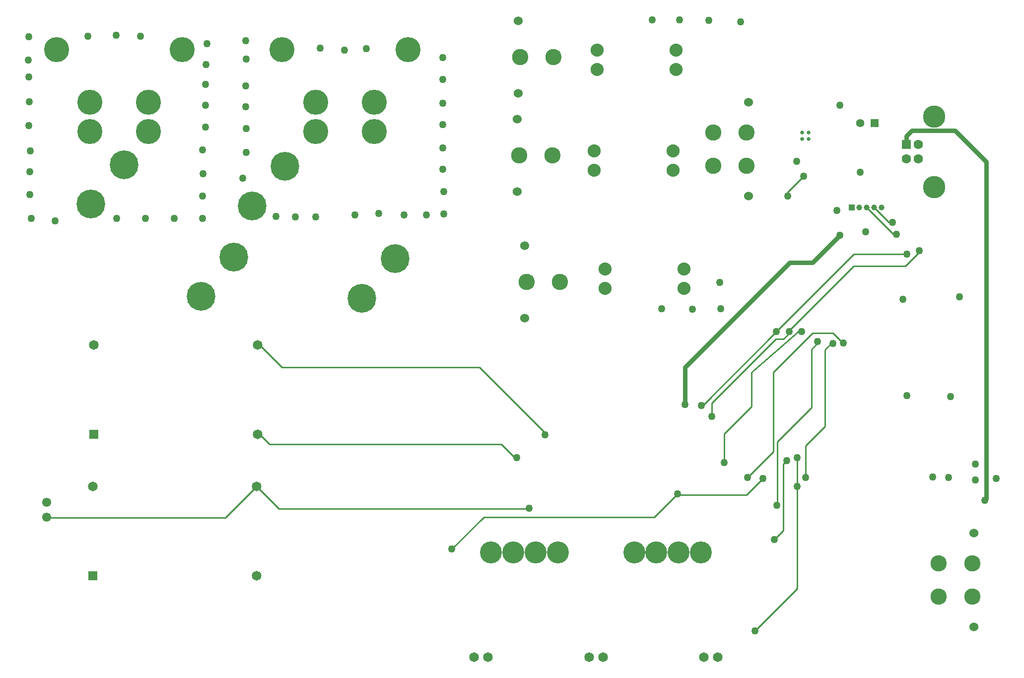
<source format=gbl>
G04*
G04 #@! TF.GenerationSoftware,Altium Limited,Altium Designer,18.1.7 (191)*
G04*
G04 Layer_Physical_Order=4*
G04 Layer_Color=16711680*
%FSLAX25Y25*%
%MOIN*%
G70*
G01*
G75*
%ADD13C,0.01000*%
%ADD73C,0.06100*%
%ADD77C,0.08800*%
%ADD90C,0.19311*%
%ADD91C,0.14764*%
%ADD92C,0.06496*%
%ADD93C,0.16831*%
%ADD94C,0.10925*%
%ADD95C,0.06004*%
%ADD96C,0.03937*%
%ADD97R,0.03937X0.03937*%
%ADD98C,0.02598*%
%ADD99C,0.14961*%
%ADD100R,0.06299X0.06299*%
%ADD101C,0.06299*%
%ADD102R,0.05512X0.05512*%
%ADD103C,0.05512*%
%ADD104R,0.06496X0.06496*%
%ADD105C,0.05000*%
%ADD133C,0.03000*%
D13*
X248000Y398500D02*
X416000Y398500D01*
X91829Y392500D02*
X212000Y392500D01*
X382457Y493543D02*
X426500Y449500D01*
Y448314D02*
Y449500D01*
X249957Y493543D02*
X382457D01*
X586500Y428500D02*
X589000Y431000D01*
X586500Y384000D02*
Y428500D01*
X596000Y413500D02*
Y433000D01*
Y346000D02*
Y413500D01*
X595500Y345500D02*
X596000Y346000D01*
X595500Y345500D02*
X596000Y345000D01*
X580500Y378000D02*
X586500Y384000D01*
X601661Y419543D02*
Y440882D01*
X601500Y441043D02*
X601661Y440882D01*
X601500Y441043D02*
X614500Y454043D01*
X567500Y316500D02*
X596000Y345000D01*
X364000Y371500D02*
X385543Y393043D01*
X233000Y413500D02*
X248000Y398500D01*
X233500Y450000D02*
X241457Y442043D01*
X397343Y442043D02*
X406433Y432953D01*
X241457Y442043D02*
X397343Y442043D01*
X515500Y408043D02*
X562000Y408043D01*
X515043Y408043D02*
X515500D01*
X500043Y393043D02*
X515043Y408043D01*
X385543Y393043D02*
X500043D01*
X233500Y510000D02*
X249957Y493543D01*
X596645Y517500D02*
X598957D01*
X595892Y516748D02*
X596645Y517500D01*
X581957D02*
X633953Y569496D01*
X581900Y517500D02*
X582000D01*
X581900D02*
X581957D01*
X532543Y468043D02*
X582000Y517500D01*
X633953Y569496D02*
X669500D01*
X586634Y512500D02*
X590500Y516366D01*
X581457Y512500D02*
X586634D01*
X633872Y561543D02*
X668500D01*
X591661Y519333D02*
X633872Y561543D01*
X590500Y516366D02*
Y517500D01*
X580668Y503515D02*
X595892Y516748D01*
X565329Y490183D02*
X580668Y503515D01*
X565329Y467372D02*
Y490183D01*
X546839Y448882D02*
X565329Y467372D01*
X609788Y509788D02*
Y511043D01*
X605500Y505500D02*
X609788Y509788D01*
X618733Y509500D02*
X620000D01*
X614500Y505267D02*
X618733Y509500D01*
X614500Y454072D02*
Y505267D01*
X605500Y466500D02*
Y505500D01*
X582500Y443500D02*
X605500Y466500D01*
X531500Y468043D02*
X532543D01*
X538500Y469543D02*
X581457Y512500D01*
X606329Y516500D02*
X620043D01*
X580000Y490200D02*
X606329Y516529D01*
X580000Y437043D02*
Y490171D01*
X582500Y401143D02*
Y443500D01*
X626776Y509767D02*
X626949D01*
X620043Y516500D02*
X626776Y509767D01*
X582400Y401043D02*
X582500Y401143D01*
X562000Y408043D02*
X573000Y419043D01*
X212000Y392500D02*
X233000Y413500D01*
X562500Y419543D02*
X580000Y437043D01*
X546839Y429543D02*
Y448882D01*
X538500Y460543D02*
Y469543D01*
X668500Y561543D02*
X678000Y571043D01*
Y572043D01*
X589500Y608543D02*
Y611161D01*
Y608043D02*
Y608543D01*
Y611161D02*
X600382Y622043D01*
X642500Y601043D02*
X660689Y582854D01*
X662500D01*
X647500Y601043D02*
X657500Y591043D01*
X660000D01*
D73*
X91829Y402843D02*
D03*
Y393000D02*
D03*
D77*
X520000Y546500D02*
D03*
Y559500D02*
D03*
X467000Y546500D02*
D03*
Y559500D02*
D03*
X512500Y626071D02*
D03*
Y639071D02*
D03*
X459500Y626071D02*
D03*
Y639071D02*
D03*
X514500Y693500D02*
D03*
Y706500D02*
D03*
X461500Y693500D02*
D03*
Y706500D02*
D03*
D90*
X217770Y567729D02*
D03*
X143880Y629730D02*
D03*
X121610Y603190D02*
D03*
X195500Y541189D02*
D03*
X326000Y566500D02*
D03*
X252110Y628501D02*
D03*
X229840Y601961D02*
D03*
X303730Y539960D02*
D03*
D91*
X390410Y369079D02*
D03*
X405371D02*
D03*
X420331D02*
D03*
X435292D02*
D03*
X486473D02*
D03*
X501434D02*
D03*
X516394D02*
D03*
X531355D02*
D03*
D92*
X379071Y299000D02*
D03*
X388363D02*
D03*
X456237D02*
D03*
X465528D02*
D03*
X533402D02*
D03*
X542694D02*
D03*
X233000Y353500D02*
D03*
Y413500D02*
D03*
X123000D02*
D03*
X233500Y448500D02*
D03*
Y508500D02*
D03*
X123500D02*
D03*
D93*
X250000Y707000D02*
D03*
X334488D02*
D03*
X311929Y671567D02*
D03*
Y651882D02*
D03*
X272559Y671567D02*
D03*
Y651882D02*
D03*
X121071D02*
D03*
Y671567D02*
D03*
X160441Y651882D02*
D03*
Y671567D02*
D03*
X183000Y707000D02*
D03*
X98512D02*
D03*
D94*
X691059Y339559D02*
D03*
Y362000D02*
D03*
X713500Y339559D02*
D03*
Y362000D02*
D03*
X539559Y628941D02*
D03*
Y651382D02*
D03*
X562000Y628941D02*
D03*
Y651382D02*
D03*
X432441Y702000D02*
D03*
X410000D02*
D03*
X431720Y636000D02*
D03*
X409279D02*
D03*
X436721Y550791D02*
D03*
X414280D02*
D03*
D95*
X714780Y319205D02*
D03*
Y382354D02*
D03*
X563279Y608587D02*
D03*
Y671736D02*
D03*
X408720Y677709D02*
D03*
Y726291D02*
D03*
X408000Y611709D02*
D03*
Y660291D02*
D03*
X413000Y526500D02*
D03*
Y575083D02*
D03*
D96*
X652500Y601043D02*
D03*
X647500D02*
D03*
X642500D02*
D03*
X637500D02*
D03*
D97*
X632500D02*
D03*
D98*
X599428Y646991D02*
D03*
Y651141D02*
D03*
X603601D02*
D03*
Y646991D02*
D03*
D99*
X687890Y662043D02*
D03*
Y614641D02*
D03*
D100*
X669347Y643263D02*
D03*
D101*
Y633421D02*
D03*
X677221Y643263D02*
D03*
Y633421D02*
D03*
D102*
X648000Y657543D02*
D03*
D103*
X638157D02*
D03*
D104*
X123000Y353500D02*
D03*
X123500Y448500D02*
D03*
D105*
X97500Y592000D02*
D03*
X544000Y550500D02*
D03*
X544500Y533000D02*
D03*
X525500Y532500D02*
D03*
X505000Y533000D02*
D03*
X558000Y725500D02*
D03*
X536500Y726500D02*
D03*
X517000Y727000D02*
D03*
X498500D02*
D03*
X292000Y706500D02*
D03*
X358500Y611500D02*
D03*
X358000Y701500D02*
D03*
Y687000D02*
D03*
Y671000D02*
D03*
Y656500D02*
D03*
Y641000D02*
D03*
Y626500D02*
D03*
X306500Y707500D02*
D03*
X275500Y708000D02*
D03*
X358500Y596500D02*
D03*
X347000Y596000D02*
D03*
X332000D02*
D03*
X315000Y597000D02*
D03*
X299000Y596000D02*
D03*
X272500Y594500D02*
D03*
X259000D02*
D03*
X246000Y595000D02*
D03*
X223500Y620500D02*
D03*
X226000Y638000D02*
D03*
Y654000D02*
D03*
X225500Y668500D02*
D03*
Y682500D02*
D03*
X226000Y700500D02*
D03*
X225500Y713000D02*
D03*
X198500Y669500D02*
D03*
Y683500D02*
D03*
X199000Y697000D02*
D03*
X199500Y711000D02*
D03*
X198500Y655000D02*
D03*
X196686Y639500D02*
D03*
X155000Y716000D02*
D03*
X138500Y716500D02*
D03*
X80000Y715500D02*
D03*
X79500Y700000D02*
D03*
X80000Y688500D02*
D03*
X80400Y672000D02*
D03*
X80000Y656000D02*
D03*
X81000Y639071D02*
D03*
X80500Y625000D02*
D03*
Y609500D02*
D03*
X119500Y716000D02*
D03*
X197000Y623500D02*
D03*
X196711Y608587D02*
D03*
X196710Y593500D02*
D03*
X177509D02*
D03*
X158307D02*
D03*
X139105D02*
D03*
X81500D02*
D03*
X520500Y468500D02*
D03*
X729500Y419000D02*
D03*
X697500Y419500D02*
D03*
X687000Y420000D02*
D03*
X715500Y418000D02*
D03*
X426500Y448314D02*
D03*
X715500Y428500D02*
D03*
X669500Y474500D02*
D03*
X698839Y474000D02*
D03*
X722000Y404369D02*
D03*
X596000Y413500D02*
D03*
Y433000D02*
D03*
X589000Y431000D02*
D03*
X601661Y419543D02*
D03*
X407457Y433000D02*
D03*
X704870Y541000D02*
D03*
X624662Y669500D02*
D03*
X642000Y584496D02*
D03*
X622686Y599000D02*
D03*
X364000Y371500D02*
D03*
X638157Y624500D02*
D03*
X416000Y399000D02*
D03*
X515500Y408500D02*
D03*
X598957Y517500D02*
D03*
X581900D02*
D03*
X590500D02*
D03*
X609788Y511043D02*
D03*
X620000Y509500D02*
D03*
X626949Y509767D02*
D03*
X582400Y401043D02*
D03*
X567500Y316500D02*
D03*
X580500Y378000D02*
D03*
X573000Y419043D02*
D03*
X624662Y582354D02*
D03*
X562500Y419543D02*
D03*
X546839Y429543D02*
D03*
X538500Y460543D02*
D03*
X531500Y468043D02*
D03*
X678000Y572043D02*
D03*
X669500Y569496D02*
D03*
X589500Y608543D02*
D03*
X660000Y591043D02*
D03*
X662500Y582854D02*
D03*
X667000Y539370D02*
D03*
X600382Y622043D02*
D03*
X595500Y632043D02*
D03*
D133*
X520500Y468500D02*
Y493500D01*
X591000Y564000D01*
X722000Y404369D02*
X723000Y405369D01*
X723000Y631500D02*
X723000Y405369D01*
X702000Y652500D02*
X723000Y631500D01*
X591000Y564000D02*
X606308D01*
X624662Y582354D01*
X673000Y652500D02*
X702000D01*
X669347Y648847D02*
X673000Y652500D01*
X669347Y643263D02*
Y648847D01*
M02*

</source>
